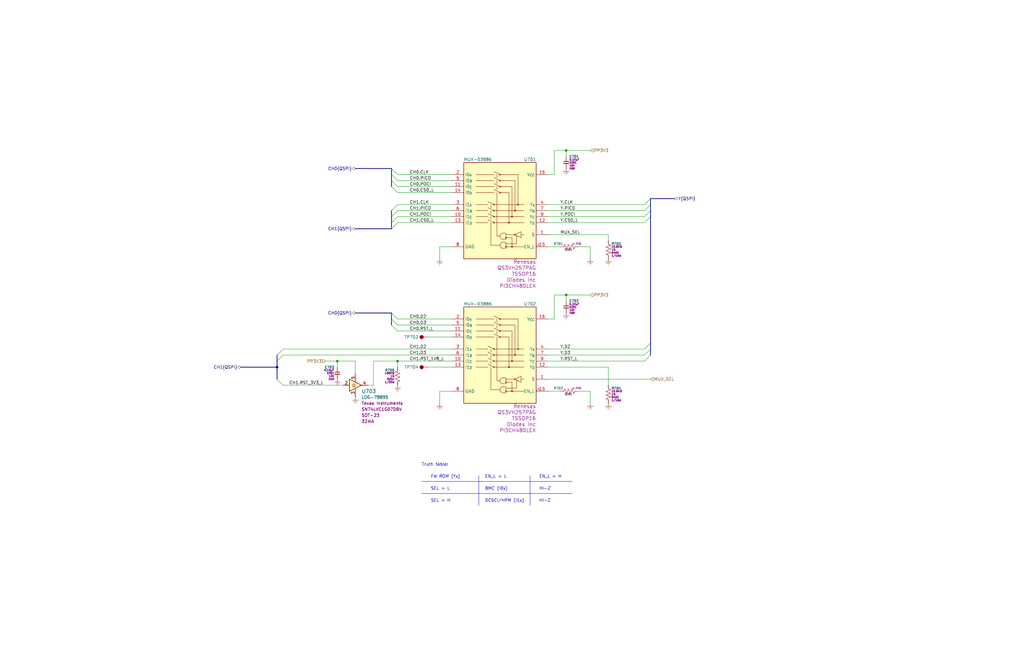
<source format=kicad_sch>
(kicad_sch (version 20231120) (generator "eeschema") (generator_version "8.0")
  (paper "B")
  (title_block (title "${PROJ}") (rev "${REV}") (company "${RPN}") (comment 1 "QSPI MUX"))
  (lib_symbols
    (symbol "Capacitors, ceramic, Murata:CCM-610AA" (pin_numbers hide) (pin_names (offset 0) hide)
      (property "Reference" "C" (at 1.27 2.54 0))
      (property "val" "0.10µF" (at 1.27 1.27 0))
      (property "pkg" "0201" (at 1.27 0 0))
      (property "volt" "10V" (at 1.27 -1.27 0))
      (property "type" "X5R" (at 1.27 -2.54 0))
      (symbol "CCM-610AA_1_1"
        (polyline (pts (xy -1.016 -0.423) (xy 1.016 -0.423)) (stroke (width 0.3302)))
        (polyline (pts (xy -1.016 0.423) (xy 1.016 0.423)) (stroke (width 0.3048)))
        (pin passive line (at 0 2.54 270) (length 2.032) (name "~") (number "1"))
        (pin passive line (at 0 -2.54 90) (length 2.032) (name "~") (number "2"))
      )
    )
    (symbol "Logics:LOG-78895"
      (property "Reference" "U" (at -10.16 8.89 0))
      (property "Value" "LOG-78895" (at 10.16 8.89 0))
      (property "mfr" "Texas Instruments" (at -10.16 -8.89 0))
      (property "mpn" "SN74LVC1G07DBV" (at -10.16 -11.43 0))
      (property "pkg" "SOT-23" (at -10.16 -13.97 0))
      (property "IOL_max" "32mA" (at -10.16 -16.51 0))
      (symbol "LOG-78895_0_1"
        (polyline (pts (xy -1.27 -0.635) (xy 0 -0.635)))
        (polyline (pts (xy -2.54 2.54) (xy -2.54 -2.54) (xy 3.81 0) (xy -2.54 2.54)) (stroke (width 0.254)))
        (polyline (pts (xy -0.635 0.635) (xy -1.27 0) (xy -0.635 -0.635) (xy 0 0) (xy -0.635 0.635)))
      )
      (symbol "LOG-78895_0_2"
        (polyline (pts (xy -1.27 -0.635) (xy 0 -0.635)))
        (polyline (pts (xy -0.635 0.635) (xy -1.27 0) (xy -0.635 -0.635) (xy 0 0) (xy -0.635 0.635)))
      )
      (symbol "LOG-78895_1_1"
        (rectangle (start -10.16 7.62) (end 10.16 -7.62) (fill (type background)))
        (pin no_connect line (at -15.24 5.08 0) (length 5.08) (name "NC") (number "1"))
        (pin input line (at -15.24 0 0) (length 5.08) (name "A") (number "2"))
        (pin power_in line (at -15.24 -5.08 0) (length 5.08) (name "GND") (number "3"))
        (pin open_collector line (at 15.24 0 180) (length 5.08) (name "Y") (number "4"))
        (pin power_in line (at 15.24 5.08 180) (length 5.08) (name "V_{CC}") (number "5"))
      )
      (symbol "LOG-78895_1_2"
        (polyline (pts (xy -2.54 2.54) (xy -2.54 -2.54) (xy 2.54 0) (xy -2.54 2.54)) (stroke (width 0.254)) (fill (type background)))
        (pin no_connect line (at -3.81 0 0) (length 0) hide (name "NC") (number "1"))
        (pin input line (at -5.08 0 0) (length 2.54) (name "A") (number "2"))
        (pin power_in line (at 0 -5.08 90) (length 3.81) (name "GND") (number "3"))
        (pin open_collector line (at 5.08 0 180) (length 2.54) (name "Y") (number "4"))
        (pin power_in line (at 0 5.08 270) (length 3.81) (name "V_{CC}") (number "5"))
      )
    )
    (symbol "Mechanical:TST-01025" (pin_numbers hide) (pin_names (offset 1.016) hide) (in_bom no)
      (property "Reference" "TP" (at 3.81 0 0))
      (symbol "TST-01025_0_1"
        (circle (center 2.54 0) (radius 0.762) (fill (type outline)))
      )
      (symbol "TST-01025_1_1"
        (pin passive line (at 0 0 0) (length 2.54) (name "~") (number "1"))
      )
    )
    (symbol "Mux and analog switches:MUX-03886"
      (property "Reference" "U" (at -15.24 21.59 0))
      (property "Value" "MUX-03886" (at 15.24 21.59 0))
      (property "mfr" "Renesas" (at -15.24 -21.59 0))
      (property "mpn" "QS3VH257PAG" (at -15.24 -24.13 0))
      (property "mfr2" "Diodes Inc" (at -15.24 -29.21 0))
      (property "mpn2" "PI3CH480LEX" (at -15.24 -31.75 0))
      (property "pkg" "TSSOP16" (at -15.24 -26.67 0))
      (symbol "MUX-03886_0_1"
        (rectangle (start -15.24 20.32) (end 15.24 -20.32) (stroke (width 0.254)) (fill (type background)))
        (circle (center -7.62 2.54) (radius 0.254) (fill (type outline)))
        (circle (center -6.35 0) (radius 0.254) (fill (type outline)))
        (circle (center -5.08 -2.54) (radius 0.254) (fill (type outline)))
        (circle (center -3.81 -5.08) (radius 0.254) (fill (type outline)))
        (arc (start -1.27 -15.875) (mid -0.3723 -15.5027) (end 0 -14.605))
        (arc (start -1.27 -12.065) (mid -0.3723 -11.6927) (end 0 -10.795))
        (arc (start 0 -14.605) (mid -0.3724 -13.7074) (end -1.27 -13.335))
        (arc (start 0 -10.795) (mid -0.3724 -9.8974) (end -1.27 -9.525))
        (polyline (pts (xy -10.16 -10.16) (xy -8.89 -10.16)))
        (polyline (pts (xy -6.35 -10.16) (xy -2.54 -10.16)))
        (polyline (pts (xy -6.35 0) (xy -10.16 0)))
        (polyline (pts (xy -2.54 -15.24) (xy -10.16 -15.24)))
        (polyline (pts (xy -7.62 15.24) (xy -7.62 2.54) (xy -10.16 2.54)))
        (polyline (pts (xy -5.08 -15.24) (xy -5.08 -11.43) (xy -2.54 -11.43)))
        (polyline (pts (xy -2.54 12.7) (xy -6.35 12.7) (xy -6.35 0)))
        (polyline (pts (xy -7.62 -10.795) (xy -6.985 -10.795) (xy -6.985 -13.97) (xy -2.54 -13.97)))
        (polyline (pts (xy -1.27 -13.335) (xy -2.54 -13.335) (xy -2.54 -15.875) (xy -1.27 -15.875)))
        (polyline (pts (xy -1.27 -9.525) (xy -2.54 -9.525) (xy -2.54 -12.065) (xy -1.27 -12.065)))
        (polyline (pts (xy 5.08 -3.81) (xy 2.54 -5.08) (xy -3.81 -5.08) (xy -3.81 -5.08)))
        (polyline (pts (xy 5.08 -1.27) (xy 2.54 -2.54) (xy -5.08 -2.54) (xy -5.08 -2.54)))
        (polyline (pts (xy 5.08 1.27) (xy 2.54 0) (xy -6.35 0) (xy -2.54 0)))
        (polyline (pts (xy 5.08 3.81) (xy 2.54 2.54) (xy -1.27 2.54) (xy -7.62 2.54)))
      )
      (symbol "MUX-03886_1_1"
        (circle (center -6.35 -10.16) (radius 0.254))
        (circle (center -5.08 -15.24) (radius 0.254) (fill (type outline)))
        (circle (center -2.54 -15.24) (radius 0.254))
        (circle (center -2.54 -11.43) (radius 0.254))
        (polyline (pts (xy -5.08 -2.54) (xy -10.16 -2.54)))
        (polyline (pts (xy -3.81 -5.08) (xy -10.16 -5.08)))
        (polyline (pts (xy 1.27 7.62) (xy 1.27 3.81)))
        (polyline (pts (xy 1.27 10.16) (xy 1.27 8.89)))
        (polyline (pts (xy 1.27 12.7) (xy 1.27 11.43)))
        (polyline (pts (xy 1.27 15.24) (xy 1.27 13.97)))
        (polyline (pts (xy 3.81 -3.81) (xy 3.81 -2.54)))
        (polyline (pts (xy 3.81 -1.27) (xy 3.81 0)))
        (polyline (pts (xy 3.81 1.27) (xy 3.81 2.54)))
        (polyline (pts (xy 10.16 -5.08) (xy 5.08 -5.08)))
        (polyline (pts (xy 10.16 -2.54) (xy 5.08 -2.54)))
        (polyline (pts (xy 10.16 0) (xy 5.08 0)))
        (polyline (pts (xy 10.16 2.54) (xy 5.08 2.54)))
        (polyline (pts (xy 10.16 7.62) (xy 2.54 7.62)))
        (polyline (pts (xy 10.16 10.16) (xy 2.54 10.16)))
        (polyline (pts (xy 10.16 12.7) (xy 2.54 12.7)))
        (polyline (pts (xy 10.16 15.24) (xy 2.54 15.24)))
        (polyline (pts (xy -7.62 15.24) (xy 0 15.24) (xy 2.54 16.51)))
        (polyline (pts (xy -2.54 12.7) (xy 0 12.7) (xy 2.54 13.97)))
        (polyline (pts (xy 0 -14.605) (xy 3.81 -14.605) (xy 3.81 -5.08)))
        (polyline (pts (xy -6.35 -10.16) (xy -8.89 -8.89) (xy -8.89 -11.43) (xy -6.35 -10.16)))
        (polyline (pts (xy -5.08 -2.54) (xy -5.08 5.08) (xy -5.08 10.16) (xy 0 10.16) (xy 2.54 11.43)))
        (polyline (pts (xy -3.81 -5.08) (xy -3.81 2.54) (xy -3.81 7.62) (xy 0 7.62) (xy 2.54 8.89)))
        (polyline (pts (xy 1.27 3.81) (xy 1.27 -6.35) (xy 1.27 -6.35) (xy 1.27 -10.795) (xy 0 -10.795)))
        (circle (center 0 7.62) (radius 0.254))
        (circle (center 0 10.16) (radius 0.254))
        (circle (center 0 12.7) (radius 0.254))
        (circle (center 0 15.24) (radius 0.254))
        (circle (center 2.54 -5.08) (radius 0.254))
        (circle (center 2.54 -2.54) (radius 0.254))
        (circle (center 2.54 0) (radius 0.254))
        (circle (center 2.54 2.54) (radius 0.254))
        (pin input line (at -20.32 -10.16 0) (length 5.08) (name "S") (number "1"))
        (pin passive line (at 20.32 -2.54 180) (length 5.08) (name "I1_{C}") (number "10"))
        (pin passive line (at 20.32 10.16 180) (length 5.08) (name "I0_{C}") (number "11"))
        (pin passive line (at -20.32 -5.08 0) (length 5.08) (name "Y_{D}") (number "12"))
        (pin passive line (at 20.32 -5.08 180) (length 5.08) (name "I1_{D}") (number "13"))
        (pin passive line (at 20.32 7.62 180) (length 5.08) (name "I0_{D}") (number "14"))
        (pin input input_low (at -20.32 -15.24 0) (length 5.08) (name "EN_L") (number "15"))
        (pin power_in line (at -20.32 15.24 0) (length 5.08) (name "V_{CC}") (number "16"))
        (pin passive line (at 20.32 15.24 180) (length 5.08) (name "I0_{A}") (number "2"))
        (pin passive line (at 20.32 2.54 180) (length 5.08) (name "I1_{A}") (number "3"))
        (pin passive line (at -20.32 2.54 0) (length 5.08) (name "Y_{A}") (number "4"))
        (pin passive line (at 20.32 12.7 180) (length 5.08) (name "I0_{B}") (number "5"))
        (pin passive line (at 20.32 0 180) (length 5.08) (name "I1_{B}") (number "6"))
        (pin passive line (at -20.32 0 0) (length 5.08) (name "Y_{B}") (number "7"))
        (pin power_in line (at 20.32 -15.24 180) (length 5.08) (name "GND") (number "8"))
        (pin passive line (at -20.32 -2.54 0) (length 5.08) (name "Y_{C}") (number "9"))
      )
    )
    (symbol "Power:GND" (power) (pin_names (offset 0)) (in_bom no) (on_board no)
      (symbol "GND_0_1"
        (polyline (pts (xy -0.635 -1.905) (xy 0.635 -1.905)))
        (polyline (pts (xy -0.127 -2.54) (xy 0.127 -2.54)))
        (polyline (pts (xy 0 -1.27) (xy 0 0)))
        (polyline (pts (xy 1.27 -1.27) (xy -1.27 -1.27)))
      )
      (symbol "GND_1_1"
        (pin power_in line (at 0 0 270) (length 0) hide (name "GND") (number "1"))
      )
    )
    (symbol "Resistors:RES-4470A" (pin_numbers hide) (pin_names (offset 0) hide)
      (property "Reference" "R" (at 1.27 2.54 0))
      (property "val" "4.7KΩ" (at 1.27 1.27 0))
      (property "tol" "1%" (at 1.27 0 0))
      (property "pkg" "0201" (at 1.27 -1.27 0))
      (property "pwr" "1/20W" (at 1.27 -2.54 0))
      (symbol "RES-4470A_1_1"
        (polyline (pts (xy 0 -2.286) (xy 0 -2.54)))
        (polyline (pts (xy 0 2.286) (xy 0 2.54)))
        (polyline (pts (xy 0 -0.762) (xy 1.016 -1.143) (xy 0 -1.524) (xy -1.016 -1.905) (xy 0 -2.286)))
        (polyline (pts (xy 0 0.762) (xy 1.016 0.381) (xy 0 0) (xy -1.016 -0.381) (xy 0 -0.762)))
        (polyline (pts (xy 0 2.286) (xy 1.016 1.905) (xy 0 1.524) (xy -1.016 1.143) (xy 0 0.762)))
        (pin passive line (at 0 3.81 270) (length 1.27) (name "~") (number "1"))
        (pin passive line (at 0 -3.81 90) (length 1.27) (name "~") (number "2"))
      )
    )
    (symbol "Resistors:RES-5100B" (pin_numbers hide) (pin_names (offset 0) hide)
      (property "Reference" "R" (at 1.27 2.54 0))
      (property "val" "10.0KΩ" (at 1.27 1.27 0))
      (property "tol" "1%" (at 1.27 0 0))
      (property "pkg" "0402" (at 1.27 -1.27 0))
      (property "pwr" "1/16W" (at 1.27 -2.54 0))
      (symbol "RES-5100B_1_1"
        (polyline (pts (xy 0 -2.286) (xy 0 -2.54)))
        (polyline (pts (xy 0 2.286) (xy 0 2.54)))
        (polyline (pts (xy 0 -0.762) (xy 1.016 -1.143) (xy 0 -1.524) (xy -1.016 -1.905) (xy 0 -2.286)))
        (polyline (pts (xy 0 0.762) (xy 1.016 0.381) (xy 0 0) (xy -1.016 -0.381) (xy 0 -0.762)))
        (polyline (pts (xy 0 2.286) (xy 1.016 1.905) (xy 0 1.524) (xy -1.016 1.143) (xy 0 0.762)))
        (pin passive line (at 0 3.81 270) (length 1.27) (name "~") (number "1"))
        (pin passive line (at 0 -3.81 90) (length 1.27) (name "~") (number "2"))
      )
    )
    (symbol "Resistors:RES-6100A" (pin_numbers hide) (pin_names (offset 0) hide)
      (property "Reference" "R" (at 1.27 2.54 0))
      (property "val" "100KΩ" (at 1.27 1.27 0))
      (property "tol" "1%" (at 1.27 0 0))
      (property "pkg" "0201" (at 1.27 -1.27 0))
      (property "pwr" "1/20W" (at 1.27 -2.54 0))
      (symbol "RES-6100A_1_1"
        (polyline (pts (xy 0 -2.286) (xy 0 -2.54)))
        (polyline (pts (xy 0 2.286) (xy 0 2.54)))
        (polyline (pts (xy 0 -0.762) (xy 1.016 -1.143) (xy 0 -1.524) (xy -1.016 -1.905) (xy 0 -2.286)))
        (polyline (pts (xy 0 0.762) (xy 1.016 0.381) (xy 0 0) (xy -1.016 -0.381) (xy 0 -0.762)))
        (polyline (pts (xy 0 2.286) (xy 1.016 1.905) (xy 0 1.524) (xy -1.016 1.143) (xy 0 0.762)))
        (pin passive line (at 0 3.81 270) (length 1.27) (name "~") (number "1"))
        (pin passive line (at 0 -3.81 90) (length 1.27) (name "~") (number "2"))
      )
    )
  )
  (junction (at 142.24 152.4))
  (junction (at 116.84 154.94))
  (junction (at 238.76 63.5))
  (junction (at 238.76 124.46))
  (junction (at 167.64 152.4))
  (bus_entry (at 167.64 134.62) (size -2.54 -2.54))
  (bus_entry (at 116.84 152.4) (size 2.54 -2.54))
  (bus_entry (at 271.78 93.98) (size 2.54 -2.54))
  (bus_entry (at 167.64 76.2) (size -2.54 -2.54))
  (bus_entry (at 271.78 88.9) (size 2.54 -2.54))
  (bus_entry (at 167.64 137.16) (size -2.54 -2.54))
  (bus_entry (at 167.64 73.66) (size -2.54 -2.54))
  (bus_entry (at 165.1 91.44) (size 2.54 -2.54))
  (bus_entry (at 165.1 137.16) (size 2.54 2.54))
  (bus_entry (at 165.1 88.9) (size 2.54 -2.54))
  (bus_entry (at 116.84 149.86) (size 2.54 -2.54))
  (bus_entry (at 271.78 86.36) (size 2.54 -2.54))
  (bus_entry (at 271.78 149.86) (size 2.54 -2.54))
  (bus_entry (at 165.1 96.52) (size 2.54 -2.54))
  (bus_entry (at 271.78 91.44) (size 2.54 -2.54))
  (bus_entry (at 271.78 147.32) (size 2.54 -2.54))
  (bus_entry (at 116.84 160.02) (size 2.54 2.54))
  (bus_entry (at 167.64 81.28) (size -2.54 -2.54))
  (bus_entry (at 274.32 149.86) (size -2.54 2.54))
  (bus_entry (at 165.1 93.98) (size 2.54 -2.54))
  (bus_entry (at 167.64 78.74) (size -2.54 -2.54))
  (bus (pts (xy 165.1 91.44) (xy 165.1 93.98)))
  (wire (pts (xy 231.14 93.98) (xy 271.78 93.98)))
  (wire (pts (xy 167.64 91.44) (xy 190.5 91.44)))
  (polyline (pts (xy 223.52 200.66) (xy 223.52 213.36)))
  (bus (pts (xy 274.32 147.32) (xy 274.32 149.86)))
  (wire (pts (xy 231.14 152.4) (xy 271.78 152.4)))
  (bus (pts (xy 165.1 93.98) (xy 165.1 96.52)))
  (wire (pts (xy 167.64 152.4) (xy 190.5 152.4)))
  (wire (pts (xy 233.68 63.5) (xy 238.76 63.5)))
  (wire (pts (xy 167.64 88.9) (xy 190.5 88.9)))
  (bus (pts (xy 274.32 86.36) (xy 274.32 88.9)))
  (wire (pts (xy 231.14 160.02) (xy 274.32 160.02)))
  (wire (pts (xy 238.76 124.46) (xy 248.92 124.46)))
  (bus (pts (xy 149.86 71.12) (xy 165.1 71.12)))
  (bus (pts (xy 274.32 86.36) (xy 274.32 83.82)))
  (bus (pts (xy 116.84 149.86) (xy 116.84 152.4)))
  (wire (pts (xy 238.76 124.46) (xy 238.76 127)))
  (wire (pts (xy 231.14 91.44) (xy 271.78 91.44)))
  (wire (pts (xy 233.68 63.5) (xy 233.68 73.66)))
  (wire (pts (xy 157.48 152.4) (xy 167.64 152.4)))
  (bus (pts (xy 116.84 152.4) (xy 116.84 154.94)))
  (wire (pts (xy 185.42 165.1) (xy 185.42 170.18)))
  (bus (pts (xy 149.86 96.52) (xy 165.1 96.52)))
  (wire (pts (xy 256.54 99.06) (xy 256.54 101.6)))
  (wire (pts (xy 149.86 152.4) (xy 149.86 157.48)))
  (wire (pts (xy 248.92 104.14) (xy 248.92 109.22)))
  (polyline (pts (xy 177.8 208.28) (xy 241.3 208.28)))
  (wire (pts (xy 167.64 137.16) (xy 190.5 137.16)))
  (wire (pts (xy 238.76 63.5) (xy 248.92 63.5)))
  (wire (pts (xy 233.68 124.46) (xy 233.68 134.62)))
  (bus (pts (xy 165.1 88.9) (xy 165.1 91.44)))
  (bus (pts (xy 274.32 88.9) (xy 274.32 91.44)))
  (wire (pts (xy 119.38 162.56) (xy 144.78 162.56)))
  (wire (pts (xy 167.64 134.62) (xy 190.5 134.62)))
  (wire (pts (xy 157.48 152.4) (xy 157.48 162.56)))
  (wire (pts (xy 167.64 86.36) (xy 190.5 86.36)))
  (bus (pts (xy 274.32 144.78) (xy 274.32 147.32)))
  (bus (pts (xy 165.1 76.2) (xy 165.1 78.74)))
  (wire (pts (xy 243.84 104.14) (xy 248.92 104.14)))
  (wire (pts (xy 137.16 152.4) (xy 142.24 152.4)))
  (wire (pts (xy 231.14 134.62) (xy 233.68 134.62)))
  (wire (pts (xy 167.64 73.66) (xy 190.5 73.66)))
  (wire (pts (xy 167.64 152.4) (xy 167.64 154.94)))
  (wire (pts (xy 231.14 99.06) (xy 256.54 99.06)))
  (wire (pts (xy 248.92 165.1) (xy 248.92 170.18)))
  (bus (pts (xy 116.84 154.94) (xy 116.84 160.02)))
  (wire (pts (xy 231.14 86.36) (xy 271.78 86.36)))
  (bus (pts (xy 274.32 83.82) (xy 284.48 83.82)))
  (wire (pts (xy 231.14 165.1) (xy 236.22 165.1)))
  (wire (pts (xy 119.38 147.32) (xy 190.5 147.32)))
  (wire (pts (xy 231.14 154.94) (xy 256.54 154.94)))
  (bus (pts (xy 101.6 154.94) (xy 116.84 154.94)))
  (wire (pts (xy 154.94 162.56) (xy 157.48 162.56)))
  (wire (pts (xy 185.42 104.14) (xy 185.42 109.22)))
  (wire (pts (xy 231.14 88.9) (xy 271.78 88.9)))
  (bus (pts (xy 274.32 91.44) (xy 274.32 144.78)))
  (wire (pts (xy 233.68 124.46) (xy 238.76 124.46)))
  (wire (pts (xy 243.84 165.1) (xy 248.92 165.1)))
  (wire (pts (xy 231.14 104.14) (xy 236.22 104.14)))
  (wire (pts (xy 180.34 154.94) (xy 190.5 154.94)))
  (wire (pts (xy 167.64 81.28) (xy 190.5 81.28)))
  (wire (pts (xy 231.14 149.86) (xy 271.78 149.86)))
  (wire (pts (xy 185.42 104.14) (xy 190.5 104.14)))
  (bus (pts (xy 149.86 132.08) (xy 165.1 132.08)))
  (wire (pts (xy 256.54 154.94) (xy 256.54 162.56)))
  (wire (pts (xy 167.64 78.74) (xy 190.5 78.74)))
  (wire (pts (xy 238.76 63.5) (xy 238.76 66.04)))
  (polyline (pts (xy 201.93 200.66) (xy 201.93 213.36)))
  (wire (pts (xy 167.64 93.98) (xy 190.5 93.98)))
  (wire (pts (xy 231.14 147.32) (xy 271.78 147.32)))
  (wire (pts (xy 185.42 165.1) (xy 190.5 165.1)))
  (bus (pts (xy 165.1 134.62) (xy 165.1 137.16)))
  (bus (pts (xy 165.1 73.66) (xy 165.1 71.12)))
  (wire (pts (xy 167.64 139.7) (xy 190.5 139.7)))
  (bus (pts (xy 165.1 73.66) (xy 165.1 76.2)))
  (bus (pts (xy 165.1 132.08) (xy 165.1 134.62)))
  (wire (pts (xy 167.64 76.2) (xy 190.5 76.2)))
  (wire (pts (xy 231.14 73.66) (xy 233.68 73.66)))
  (wire (pts (xy 119.38 149.86) (xy 190.5 149.86)))
  (wire (pts (xy 142.24 152.4) (xy 149.86 152.4)))
  (polyline (pts (xy 177.8 203.2) (xy 241.3 203.2)))
  (wire (pts (xy 180.34 142.24) (xy 190.5 142.24)))
  (wire (pts (xy 142.24 152.4) (xy 142.24 154.94)))
  (text "DCSCI/HPM (I1_{X})" (at 204.47 212.09 0) (effects (font (size 1.27 1.27)) (justify left bottom)))
  (text "SEL = H" (at 181.61 212.09 0) (effects (font (size 1.27 1.27)) (justify left bottom)))
  (text "EN_L = L" (at 204.47 201.93 0) (effects (font (size 1.27 1.27)) (justify left bottom)))
  (text "FW ROM (Y_{X})" (at 181.61 201.93 0) (effects (font (size 1.27 1.27)) (justify left bottom)))
  (text "EN_L = H" (at 227.33 201.93 0) (effects (font (size 1.27 1.27)) (justify left bottom)))
  (text "SEL = L" (at 181.61 207.01 0) (effects (font (size 1.27 1.27)) (justify left bottom)))
  (text "HI-Z" (at 227.33 207.01 0) (effects (font (size 1.27 1.27)) (justify left bottom)))
  (text "BMC (I0_{X})" (at 204.47 207.01 0) (effects (font (size 1.27 1.27)) (justify left bottom)))
  (text "Truth table:" (at 177.8 196.85 0) (effects (font (size 1.27 1.27)) (justify left bottom)))
  (text "HI-Z" (at 227.33 212.09 0) (effects (font (size 1.27 1.27)) (justify left bottom)))
  (label "Y.D2" (at 236.22 147.32 0))
  (label "CH1.POCI" (at 172.72 91.44 0))
  (label "CH0.PICO" (at 172.72 76.2 0))
  (label "CH0.RST_L" (at 172.72 139.7 0))
  (label "Y.CLK" (at 236.22 86.36 0))
  (label "CH0.D2" (at 172.72 134.62 0))
  (label "CH1.D2" (at 172.72 147.32 0))
  (label "CH1.CS0_L" (at 172.72 93.98 0))
  (label "Y.CS0_L" (at 236.22 93.98 0))
  (label "Y.POCI" (at 236.22 91.44 0))
  (label "CH1.CLK" (at 172.72 86.36 0))
  (label "CH1.RST_1V8_L" (at 172.72 152.4 0))
  (label "CH0.CLK" (at 172.72 73.66 0))
  (label "CH1.D3" (at 172.72 149.86 0))
  (label "CH0.POCI" (at 172.72 78.74 0))
  (label "CH1.RST_3V3_L" (at 121.92 162.56 0))
  (label "MUX_SEL" (at 236.22 99.06 0))
  (label "Y.RST_L" (at 236.22 152.4 0))
  (label "Y.D3" (at 236.22 149.86 0))
  (label "Y.PICO" (at 236.22 88.9 0))
  (label "CH0.CS0_L" (at 172.72 81.28 0))
  (label "CH0.D3" (at 172.72 137.16 0))
  (label "CH1.PICO" (at 172.72 88.9 0))
  (hierarchical_label "CH1{QSPI}" (shape bidirectional) (at 149.86 96.52 180))
  (hierarchical_label "PP3V3" (shape input) (at 248.92 124.46 0))
  (hierarchical_label "PP3V3" (shape input) (at 137.16 152.4 180))
  (hierarchical_label "CH0{QSPI}" (shape bidirectional) (at 149.86 71.12 180))
  (hierarchical_label "Y{QSPI}" (shape bidirectional) (at 284.48 83.82 0))
  (hierarchical_label "CH0{QSPI}" (shape bidirectional) (at 149.86 132.08 180))
  (hierarchical_label "PP3V3" (shape input) (at 248.92 63.5 0))
  (hierarchical_label "CH1{QSPI}" (shape bidirectional) (at 101.6 154.94 180))
  (hierarchical_label "MUX_SEL" (shape input) (at 274.32 160.02 0))
  (symbol (lib_id "Capacitors, ceramic, Murata:CCM-610AA") (at 142.24 157.48 0) (mirror y) (unit 1)
    (property "Reference" "C703" (at 140.97 154.94 0) (effects (font (size 1 1)) (justify left)))
    (property "Value" "CCM-610AA" (effects (hide yes)))
    (property "Description" "CAP, ceramic, 0.10µF, 0201, 10V, ±20%, X5R, 0.33 mm" (effects (hide yes)))
    (property "val" "0.10µF" (at 140.97 156.21 0) (effects (font (size 0.8 0.8)) (justify left)))
    (property "pkg" "0201" (at 140.97 157.48 0) (effects (font (size 0.8 0.8)) (justify left)))
    (property "mfr" "Murata" (effects (hide yes)))
    (property "volt" "10V" (at 140.97 158.75 0) (effects (font (size 0.8 0.8)) (justify left)))
    (property "Sim.Pins" "1=+ 2=-" (effects (hide yes)))
    (property "Sim.Device" "C" (effects (hide yes)))
    (property "type" "X5R" (at 140.97 160.02 0) (effects (font (size 0.8 0.8)) (justify left)))
    (property "Sim.Params" "c=${val}" (effects (hide yes)))
    (property "tol" "±20%" (effects (hide yes)))
    (property "height" "0.33mm" (effects (hide yes)))
    (property "mpn" "GRM033R61A104ME15" (effects (hide yes)))
  )
  (symbol (lib_id "Resistors:RES-6100A") (at 167.64 158.75 0) (mirror y) (unit 1)
    (property "Reference" "R705" (at 166.37 156.21 0) (effects (font (size 1 1)) (justify left)))
    (property "Value" "RES-6100A" (effects (hide yes)))
    (property "Description" "RES, 100KΩ, 1%, 0201, 1/20W, <50V, 0.26mm" (effects (hide yes)))
    (property "val" "100KΩ" (at 166.37 157.48 0) (effects (font (size 0.8 0.8)) (justify left)))
    (property "tol" "1%" (at 166.37 158.75 0) (effects (font (size 0.8 0.8)) (justify left)))
    (property "Sim.Device" "R" (effects (hide yes)))
    (property "pkg" "0201" (at 166.37 160.02 0) (effects (font (size 0.8 0.8)) (justify left)))
    (property "Sim.Pins" "1=+ 2=-" (effects (hide yes)))
    (property "pwr" "1/20W" (at 166.37 161.29 0) (effects (font (size 0.8 0.8)) (justify left)))
    (property "Sim.Params" "r=\"${val}\"" (effects (hide yes)))
    (property "height" "0.26mm" (effects (hide yes)))
  )
  (symbol (lib_id "Power:GND") (at 185.42 109.22 0) (unit 1) (in_bom no) (on_board no)
    (property "Reference" "#PWR0701" (effects (hide yes)))
    (property "Value" "GND" (effects (hide yes)))
    (property "Description" "Power symbol creates a global label with name \"GND\"" (effects (hide yes)))
  )
  (symbol (lib_id "Power:GND") (at 185.42 170.18 0) (unit 1) (in_bom no) (on_board no)
    (property "Reference" "#PWR0702" (effects (hide yes)))
    (property "Value" "GND" (effects (hide yes)))
    (property "Description" "Power symbol creates a global label with name \"GND\"" (effects (hide yes)))
  )
  (symbol (lib_id "Mechanical:TST-01025") (at 180.34 154.94 0) (mirror y) (unit 1) (in_bom no)
    (property "Reference" "TP704" (at 176.53 154.94 0) (effects (justify left)))
    (property "Value" "TST-01025" (effects (hide yes)))
    (property "Description" "Test point, 25mils" (effects (hide yes)))
  )
  (symbol (lib_id "Resistors:RES-5100B") (at 256.54 105.41 0) (unit 1)
    (property "Reference" "R703" (at 257.81 102.87 0) (effects (font (size 1 1)) (justify left)))
    (property "Value" "RES-5100B" (effects (hide yes)))
    (property "Description" "RES, 10.0KΩ, 1%, 0402, 1/16W, <100V, 0.40mm" (effects (hide yes)))
    (property "val" "10.0KΩ" (at 257.81 104.14 0) (effects (font (size 0.8 0.8)) (justify left)))
    (property "tol" "1%" (at 257.81 105.41 0) (effects (font (size 0.8 0.8)) (justify left)))
    (property "Sim.Device" "R" (effects (hide yes)))
    (property "pkg" "0402" (at 257.81 106.68 0) (effects (font (size 0.8 0.8)) (justify left)))
    (property "Sim.Pins" "1=+ 2=-" (effects (hide yes)))
    (property "pwr" "1/16W" (at 257.81 107.95 0) (effects (font (size 0.8 0.8)) (justify left)))
    (property "Sim.Params" "r=\"${val}\"" (effects (hide yes)))
    (property "height" "0.40mm" (effects (hide yes)))
  )
  (symbol (lib_id "Power:GND") (at 248.92 109.22 0) (unit 1) (in_bom no) (on_board no)
    (property "Reference" "#PWR0705" (effects (hide yes)))
    (property "Value" "GND" (effects (hide yes)))
    (property "Description" "Power symbol creates a global label with name \"GND\"" (effects (hide yes)))
  )
  (symbol (lib_id "Power:GND") (at 149.86 167.64 0) (unit 1) (in_bom no) (on_board no)
    (property "Reference" "#PWR0710" (effects (hide yes)))
    (property "Value" "GND" (effects (hide yes)))
    (property "Description" "Power symbol creates a global label with name \"GND\"" (effects (hide yes)))
  )
  (symbol (lib_id "Capacitors, ceramic, Murata:CCM-610AA") (at 238.76 68.58 0) (unit 1)
    (property "Reference" "C701" (at 240.03 66.04 0) (effects (font (size 1 1)) (justify left)))
    (property "Value" "CCM-610AA" (effects (hide yes)))
    (property "Description" "CAP, ceramic, 0.10µF, 0201, 10V, ±20%, X5R, 0.33 mm" (effects (hide yes)))
    (property "val" "0.10µF" (at 240.03 67.31 0) (effects (font (size 0.8 0.8)) (justify left)))
    (property "pkg" "0201" (at 240.03 68.58 0) (effects (font (size 0.8 0.8)) (justify left)))
    (property "mfr" "Murata" (effects (hide yes)))
    (property "volt" "10V" (at 240.03 69.85 0) (effects (font (size 0.8 0.8)) (justify left)))
    (property "Sim.Pins" "1=+ 2=-" (effects (hide yes)))
    (property "Sim.Device" "C" (effects (hide yes)))
    (property "type" "X5R" (at 240.03 71.12 0) (effects (font (size 0.8 0.8)) (justify left)))
    (property "Sim.Params" "c=${val}" (effects (hide yes)))
    (property "tol" "±20%" (effects (hide yes)))
    (property "height" "0.33mm" (effects (hide yes)))
    (property "mpn" "GRM033R61A104ME15" (effects (hide yes)))
  )
  (symbol (lib_id "Power:GND") (at 142.24 160.02 0) (mirror y) (unit 1) (in_bom no) (on_board no)
    (property "Reference" "#PWR0709" (effects (hide yes)))
    (property "Value" "GND" (effects (hide yes)))
    (property "Description" "Power symbol creates a global label with name \"GND\"" (effects (hide yes)))
  )
  (symbol (lib_id "Mux and analog switches:MUX-03886") (at 210.82 149.86 0) (mirror y) (unit 1)
    (property "Reference" "U702" (at 226.06 128.27 0) (effects (justify left)))
    (property "Value" "MUX-03886" (at 195.58 128.27 0) (effects (justify right)))
    (property "Datasheet" "https://www.renesas.com/us/en/document/dst/qs3vh257-datasheet" (effects (hide yes)))
    (property "Description" "IC, 2.4V/3.3V, Quad 2:1 MUX/deMUX switch, 500MHz BW, TSSOP16" (effects (hide yes)))
    (property "Datasheet2" "https://www.diodes.com/assets/Datasheets/PI3CH480.pdf" (effects (hide yes)))
    (property "mfr" "Renesas" (at 226.06 171.45 0) (effects (font (size 1.524 1.524)) (justify left)))
    (property "mpn" "QS3VH257PAG" (at 226.06 173.99 0) (effects (font (size 1.524 1.524)) (justify left)))
    (property "mfr2" "Diodes Inc" (at 226.06 179.07 0) (effects (font (size 1.524 1.524)) (justify left)))
    (property "mpn2" "PI3CH480LEX" (at 226.06 181.61 0) (effects (font (size 1.524 1.524)) (justify left)))
    (property "pkg" "TSSOP16" (at 226.06 176.53 0) (effects (font (size 1.524 1.524)) (justify left)))
    (property "height" "1.2mm" (effects (hide yes)))
    (property "func_ch" ".*A;.*B;[YI].*C;[YI].*D" (effects (hide yes)))
  )
  (symbol (lib_id "Resistors:RES-5100B") (at 256.54 166.37 0) (unit 1)
    (property "Reference" "R704" (at 257.81 163.83 0) (effects (font (size 1 1)) (justify left)))
    (property "Value" "RES-5100B" (effects (hide yes)))
    (property "Description" "RES, 10.0KΩ, 1%, 0402, 1/16W, <100V, 0.40mm" (effects (hide yes)))
    (property "val" "10.0KΩ" (at 257.81 165.1 0) (effects (font (size 0.8 0.8)) (justify left)))
    (property "tol" "1%" (at 257.81 166.37 0) (effects (font (size 0.8 0.8)) (justify left)))
    (property "Sim.Device" "R" (effects (hide yes)))
    (property "pkg" "0402" (at 257.81 167.64 0) (effects (font (size 0.8 0.8)) (justify left)))
    (property "Sim.Pins" "1=+ 2=-" (effects (hide yes)))
    (property "pwr" "1/16W" (at 257.81 168.91 0) (effects (font (size 0.8 0.8)) (justify left)))
    (property "Sim.Params" "r=\"${val}\"" (effects (hide yes)))
    (property "height" "0.40mm" (effects (hide yes)))
  )
  (symbol (lib_id "Power:GND") (at 238.76 71.12 0) (unit 1) (in_bom no) (on_board no)
    (property "Reference" "#PWR0703" (effects (hide yes)))
    (property "Value" "GND" (effects (hide yes)))
    (property "Description" "Power symbol creates a global label with name \"GND\"" (effects (hide yes)))
  )
  (symbol (lib_id "Power:GND") (at 248.92 170.18 0) (unit 1) (in_bom no) (on_board no)
    (property "Reference" "#PWR0706" (effects (hide yes)))
    (property "Value" "GND" (effects (hide yes)))
    (property "Description" "Power symbol creates a global label with name \"GND\"" (effects (hide yes)))
  )
  (symbol (lib_id "Resistors:RES-4470A") (at 240.03 104.14 90) (unit 1)
    (property "Reference" "R701" (at 237.49 102.87 90) (effects (font (size 1 1)) (justify left)))
    (property "Value" "RES-4470A" (effects (hide yes)))
    (property "Description" "RES, 4.7KΩ, 1%, 0201, 1/20W, <50V, 0.26mm" (effects (hide yes)))
    (property "val" "4.7KΩ" (at 245.11 102.87 90) (effects (font (size 0.8 0.8)) (justify left)))
    (property "tol" "1%" (effects (hide yes)))
    (property "Sim.Device" "R" (effects (hide yes)))
    (property "pkg" "0201" (at 241.3 105.41 90) (effects (font (size 0.8 0.8)) (justify left)))
    (property "Sim.Pins" "1=+ 2=-" (effects (hide yes)))
    (property "pwr" "1/20W" (effects (hide yes)))
    (property "Sim.Params" "r=\"${val}\"" (effects (hide yes)))
    (property "height" "0.26mm" (effects (hide yes)))
  )
  (symbol (lib_id "Mux and analog switches:MUX-03886") (at 210.82 88.9 0) (mirror y) (unit 1)
    (property "Reference" "U701" (at 226.06 67.31 0) (effects (justify left)))
    (property "Value" "MUX-03886" (at 195.58 67.31 0) (effects (justify right)))
    (property "Datasheet" "https://www.renesas.com/us/en/document/dst/qs3vh257-datasheet" (effects (hide yes)))
    (property "Description" "IC, 2.4V/3.3V, Quad 2:1 MUX/deMUX switch, 500MHz BW, TSSOP16" (effects (hide yes)))
    (property "Datasheet2" "https://www.diodes.com/assets/Datasheets/PI3CH480.pdf" (effects (hide yes)))
    (property "mfr" "Renesas" (at 226.06 110.49 0) (effects (font (size 1.524 1.524)) (justify left)))
    (property "mpn" "QS3VH257PAG" (at 226.06 113.03 0) (effects (font (size 1.524 1.524)) (justify left)))
    (property "mfr2" "Diodes Inc" (at 226.06 118.11 0) (effects (font (size 1.524 1.524)) (justify left)))
    (property "mpn2" "PI3CH480LEX" (at 226.06 120.65 0) (effects (font (size 1.524 1.524)) (justify left)))
    (property "pkg" "TSSOP16" (at 226.06 115.57 0) (effects (font (size 1.524 1.524)) (justify left)))
    (property "height" "1.2mm" (effects (hide yes)))
    (property "func_ch" ".*A;.*B;[YI].*C;[YI].*D" (effects (hide yes)))
  )
  (symbol (lib_id "Power:GND") (at 167.64 162.56 0) (mirror y) (unit 1) (in_bom no) (on_board no)
    (property "Reference" "#PWR0711" (effects (hide yes)))
    (property "Value" "GND" (effects (hide yes)))
    (property "Description" "Power symbol creates a global label with name \"GND\"" (effects (hide yes)))
  )
  (symbol (lib_id "Capacitors, ceramic, Murata:CCM-610AA") (at 238.76 129.54 0) (unit 1)
    (property "Reference" "C702" (at 240.03 127 0) (effects (font (size 1 1)) (justify left)))
    (property "Value" "CCM-610AA" (effects (hide yes)))
    (property "Description" "CAP, ceramic, 0.10µF, 0201, 10V, ±20%, X5R, 0.33 mm" (effects (hide yes)))
    (property "val" "0.10µF" (at 240.03 128.27 0) (effects (font (size 0.8 0.8)) (justify left)))
    (property "pkg" "0201" (at 240.03 129.54 0) (effects (font (size 0.8 0.8)) (justify left)))
    (property "mfr" "Murata" (effects (hide yes)))
    (property "volt" "10V" (at 240.03 130.81 0) (effects (font (size 0.8 0.8)) (justify left)))
    (property "Sim.Pins" "1=+ 2=-" (effects (hide yes)))
    (property "Sim.Device" "C" (effects (hide yes)))
    (property "type" "X5R" (at 240.03 132.08 0) (effects (font (size 0.8 0.8)) (justify left)))
    (property "Sim.Params" "c=${val}" (effects (hide yes)))
    (property "tol" "±20%" (effects (hide yes)))
    (property "height" "0.33mm" (effects (hide yes)))
    (property "mpn" "GRM033R61A104ME15" (effects (hide yes)))
  )
  (symbol (lib_id "Resistors:RES-4470A") (at 240.03 165.1 90) (unit 1)
    (property "Reference" "R702" (at 237.49 163.83 90) (effects (font (size 1 1)) (justify left)))
    (property "Value" "RES-4470A" (effects (hide yes)))
    (property "Description" "RES, 4.7KΩ, 1%, 0201, 1/20W, <50V, 0.26mm" (effects (hide yes)))
    (property "val" "4.7KΩ" (at 245.11 163.83 90) (effects (font (size 0.8 0.8)) (justify left)))
    (property "tol" "1%" (effects (hide yes)))
    (property "Sim.Device" "R" (effects (hide yes)))
    (property "pkg" "0201" (at 241.3 166.37 90) (effects (font (size 0.8 0.8)) (justify left)))
    (property "Sim.Pins" "1=+ 2=-" (effects (hide yes)))
    (property "pwr" "1/20W" (effects (hide yes)))
    (property "Sim.Params" "r=\"${val}\"" (effects (hide yes)))
    (property "height" "0.26mm" (effects (hide yes)))
  )
  (symbol (lib_id "Power:GND") (at 256.54 170.18 0) (unit 1) (in_bom no) (on_board no)
    (property "Reference" "#PWR0708" (effects (hide yes)))
    (property "Value" "GND" (effects (hide yes)))
    (property "Description" "Power symbol creates a global label with name \"GND\"" (effects (hide yes)))
  )
  (symbol (lib_id "Power:GND") (at 256.54 109.22 0) (unit 1) (in_bom no) (on_board no)
    (property "Reference" "#PWR0707" (effects (hide yes)))
    (property "Value" "GND" (effects (hide yes)))
    (property "Description" "Power symbol creates a global label with name \"GND\"" (effects (hide yes)))
  )
  (symbol (lib_id "Power:GND") (at 238.76 132.08 0) (unit 1) (in_bom no) (on_board no)
    (property "Reference" "#PWR0704" (effects (hide yes)))
    (property "Value" "GND" (effects (hide yes)))
    (property "Description" "Power symbol creates a global label with name \"GND\"" (effects (hide yes)))
  )
  (symbol (lib_id "Mechanical:TST-01025") (at 180.34 142.24 0) (mirror y) (unit 1) (in_bom no)
    (property "Reference" "TP702" (at 176.53 142.24 0) (effects (justify left)))
    (property "Value" "TST-01025" (effects (hide yes)))
    (property "Description" "Test point, 25mils" (effects (hide yes)))
  )
  (symbol (lib_id "Logics:LOG-78895") (at 149.86 162.56 0) (unit 1) (convert 2)
    (property "Reference" "U703" (at 152.4 165.1 0) (effects (font (size 1.524 1.524)) (justify left)))
    (property "Value" "LOG-78895" (at 152.4 167.64 0) (effects (justify left)))
    (property "Datasheet" "https://www.ti.com/lit/ds/symlink/sn74lvc1g07.pdf" (effects (hide yes)))
    (property "Description" "IC, Single Buffer, 1.65-5.5Vcc, Open-drain output" (effects (hide yes)))
    (property "mfr" "Texas Instruments" (at 152.4 170.18 0) (effects (justify left)))
    (property "mpn" "SN74LVC1G07DBV" (at 152.4 172.72 0) (effects (justify left)))
    (property "pkg" "SOT-23" (at 152.4 175.26 0) (effects (justify left)))
    (property "height" "1.45mm" (effects (hide yes)))
    (property "IOL_max" "32mA" (at 152.4 177.8 0) (effects (justify left)))
  )
)
</source>
